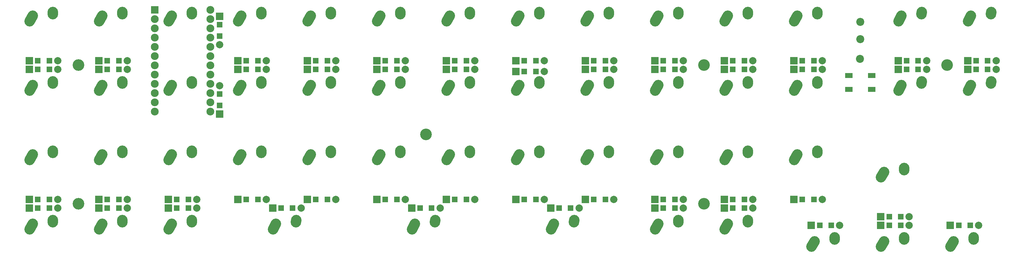
<source format=gbs>
G04 #@! TF.FileFunction,Soldermask,Bot*
%FSLAX46Y46*%
G04 Gerber Fmt 4.6, Leading zero omitted, Abs format (unit mm)*
G04 Created by KiCad (PCBNEW 4.0.7) date 07/12/18 08:23:41*
%MOMM*%
%LPD*%
G01*
G04 APERTURE LIST*
%ADD10C,0.100000*%
%ADD11R,1.600000X1.600000*%
%ADD12R,2.000000X2.000000*%
%ADD13C,2.000000*%
%ADD14C,3.200000*%
%ADD15C,2.900000*%
%ADD16R,2.100000X1.400000*%
%ADD17R,2.152600X2.152600*%
%ADD18C,2.152600*%
%ADD19C,2.200000*%
G04 APERTURE END LIST*
D10*
D11*
X20625000Y-48815600D03*
X17475000Y-48815600D03*
D12*
X15150000Y-48815600D03*
D13*
X22950000Y-48815600D03*
D11*
X20625000Y-51196900D03*
X17475000Y-51196900D03*
D12*
X15150000Y-51196900D03*
D13*
X22950000Y-51196900D03*
D11*
X20625000Y-86915600D03*
X17475000Y-86915600D03*
D12*
X15150000Y-86915600D03*
D13*
X22950000Y-86915600D03*
D11*
X20625000Y-89296900D03*
X17475000Y-89296900D03*
D12*
X15150000Y-89296900D03*
D13*
X22950000Y-89296900D03*
D11*
X39675000Y-48815600D03*
X36525000Y-48815600D03*
D12*
X34200000Y-48815600D03*
D13*
X42000000Y-48815600D03*
D11*
X39675000Y-51196900D03*
X36525000Y-51196900D03*
D12*
X34200000Y-51196900D03*
D13*
X42000000Y-51196900D03*
D11*
X39675000Y-86915600D03*
X36525000Y-86915600D03*
D12*
X34200000Y-86915600D03*
D13*
X42000000Y-86915600D03*
D11*
X39675000Y-89296900D03*
X36525000Y-89296900D03*
D12*
X34200000Y-89296900D03*
D13*
X42000000Y-89296900D03*
D11*
X67270300Y-42056200D03*
X67270300Y-38906200D03*
D12*
X67270300Y-36581200D03*
D13*
X67270300Y-44381200D03*
D11*
X67270300Y-57956200D03*
X67270300Y-61106200D03*
D12*
X67270300Y-63431200D03*
D13*
X67270300Y-55631200D03*
D11*
X58725000Y-86915600D03*
X55575000Y-86915600D03*
D12*
X53250000Y-86915600D03*
D13*
X61050000Y-86915600D03*
D11*
X58725000Y-89296900D03*
X55575000Y-89296900D03*
D12*
X53250000Y-89296900D03*
D13*
X61050000Y-89296900D03*
D11*
X77775000Y-48815600D03*
X74625000Y-48815600D03*
D12*
X72300000Y-48815600D03*
D13*
X80100000Y-48815600D03*
D11*
X77775000Y-51196900D03*
X74625000Y-51196900D03*
D12*
X72300000Y-51196900D03*
D13*
X80100000Y-51196900D03*
D11*
X77775000Y-86915600D03*
X74625000Y-86915600D03*
D12*
X72300000Y-86915600D03*
D13*
X80100000Y-86915600D03*
D11*
X87300000Y-89296900D03*
X84150000Y-89296900D03*
D12*
X81825000Y-89296900D03*
D13*
X89625000Y-89296900D03*
D11*
X96825000Y-48815600D03*
X93675000Y-48815600D03*
D12*
X91350000Y-48815600D03*
D13*
X99150000Y-48815600D03*
D11*
X96825000Y-51196900D03*
X93675000Y-51196900D03*
D12*
X91350000Y-51196900D03*
D13*
X99150000Y-51196900D03*
D11*
X96825000Y-86915600D03*
X93675000Y-86915600D03*
D12*
X91350000Y-86915600D03*
D13*
X99150000Y-86915600D03*
D11*
X115875000Y-48815600D03*
X112725000Y-48815600D03*
D12*
X110400000Y-48815600D03*
D13*
X118200000Y-48815600D03*
D11*
X115875000Y-51196900D03*
X112725000Y-51196900D03*
D12*
X110400000Y-51196900D03*
D13*
X118200000Y-51196900D03*
D11*
X115875000Y-86915600D03*
X112725000Y-86915600D03*
D12*
X110400000Y-86915600D03*
D13*
X118200000Y-86915600D03*
D11*
X125400000Y-89296900D03*
X122250000Y-89296900D03*
D12*
X119925000Y-89296900D03*
D13*
X127725000Y-89296900D03*
D11*
X134925000Y-48815600D03*
X131775000Y-48815600D03*
D12*
X129450000Y-48815600D03*
D13*
X137250000Y-48815600D03*
D11*
X134925000Y-51196900D03*
X131775000Y-51196900D03*
D12*
X129450000Y-51196900D03*
D13*
X137250000Y-51196900D03*
D11*
X134925000Y-86915600D03*
X131775000Y-86915600D03*
D12*
X129450000Y-86915600D03*
D13*
X137250000Y-86915600D03*
D11*
X153975000Y-48815600D03*
X150825000Y-48815600D03*
D12*
X148500000Y-48815600D03*
D13*
X156300000Y-48815600D03*
D11*
X153975000Y-51792200D03*
X150825000Y-51792200D03*
D12*
X148500000Y-51792200D03*
D13*
X156300000Y-51792200D03*
D11*
X153975000Y-86915600D03*
X150825000Y-86915600D03*
D12*
X148500000Y-86915600D03*
D13*
X156300000Y-86915600D03*
D11*
X163500000Y-89296900D03*
X160350000Y-89296900D03*
D12*
X158025000Y-89296900D03*
D13*
X165825000Y-89296900D03*
D11*
X173025000Y-48815600D03*
X169875000Y-48815600D03*
D12*
X167550000Y-48815600D03*
D13*
X175350000Y-48815600D03*
D11*
X173025000Y-51196900D03*
X169875000Y-51196900D03*
D12*
X167550000Y-51196900D03*
D13*
X175350000Y-51196900D03*
D11*
X173025000Y-86915600D03*
X169875000Y-86915600D03*
D12*
X167550000Y-86915600D03*
D13*
X175350000Y-86915600D03*
D11*
X192075000Y-48815600D03*
X188925000Y-48815600D03*
D12*
X186600000Y-48815600D03*
D13*
X194400000Y-48815600D03*
D11*
X192075000Y-51196900D03*
X188925000Y-51196900D03*
D12*
X186600000Y-51196900D03*
D13*
X194400000Y-51196900D03*
D11*
X192075000Y-86915600D03*
X188925000Y-86915600D03*
D12*
X186600000Y-86915600D03*
D13*
X194400000Y-86915600D03*
D11*
X192075000Y-89296900D03*
X188925000Y-89296900D03*
D12*
X186600000Y-89296900D03*
D13*
X194400000Y-89296900D03*
D11*
X211125000Y-48815600D03*
X207975000Y-48815600D03*
D12*
X205650000Y-48815600D03*
D13*
X213450000Y-48815600D03*
D11*
X211125000Y-51196900D03*
X207975000Y-51196900D03*
D12*
X205650000Y-51196900D03*
D13*
X213450000Y-51196900D03*
D11*
X211125000Y-86915600D03*
X207975000Y-86915600D03*
D12*
X205650000Y-86915600D03*
D13*
X213450000Y-86915600D03*
D11*
X211125000Y-89296900D03*
X207975000Y-89296900D03*
D12*
X205650000Y-89296900D03*
D13*
X213450000Y-89296900D03*
D11*
X230175000Y-48815600D03*
X227025000Y-48815600D03*
D12*
X224700000Y-48815600D03*
D13*
X232500000Y-48815600D03*
D11*
X230175000Y-51196900D03*
X227025000Y-51196900D03*
D12*
X224700000Y-51196900D03*
D13*
X232500000Y-51196900D03*
D11*
X230175000Y-86915600D03*
X227025000Y-86915600D03*
D12*
X224700000Y-86915600D03*
D13*
X232500000Y-86915600D03*
D11*
X234937000Y-94059400D03*
X231787000Y-94059400D03*
D12*
X229462000Y-94059400D03*
D13*
X237262000Y-94059400D03*
D11*
X258750000Y-48815600D03*
X255600000Y-48815600D03*
D12*
X253275000Y-48815600D03*
D13*
X261075000Y-48815600D03*
D11*
X258750000Y-51196900D03*
X255600000Y-51196900D03*
D12*
X253275000Y-51196900D03*
D13*
X261075000Y-51196900D03*
D11*
X253987000Y-91678100D03*
X250837000Y-91678100D03*
D12*
X248512000Y-91678100D03*
D13*
X256312000Y-91678100D03*
D11*
X253987000Y-94059400D03*
X250837000Y-94059400D03*
D12*
X248512000Y-94059400D03*
D13*
X256312000Y-94059400D03*
D11*
X277800000Y-48815600D03*
X274650000Y-48815600D03*
D12*
X272325000Y-48815600D03*
D13*
X280125000Y-48815600D03*
D11*
X277800000Y-51196900D03*
X274650000Y-51196900D03*
D12*
X272325000Y-51196900D03*
D13*
X280125000Y-51196900D03*
D11*
X273037000Y-94059400D03*
X269887000Y-94059400D03*
D12*
X267562000Y-94059400D03*
D13*
X275362000Y-94059400D03*
D14*
X28575000Y-50006200D03*
X266700000Y-50006200D03*
X200025000Y-88106200D03*
X28575000Y-88106200D03*
D15*
X225600453Y-55531246D02*
X224789547Y-56991154D01*
X231139724Y-54451872D02*
X231100276Y-55030528D01*
X206550453Y-74581246D02*
X205739547Y-76041154D01*
X212089724Y-73501872D02*
X212050276Y-74080528D01*
X206550453Y-55531246D02*
X205739547Y-56991154D01*
X212089724Y-54451872D02*
X212050276Y-55030528D01*
X168450453Y-74581246D02*
X167639547Y-76041154D01*
X173989724Y-73501872D02*
X173950276Y-74080528D01*
X187500453Y-74581246D02*
X186689547Y-76041154D01*
X193039724Y-73501872D02*
X193000276Y-74080528D01*
X35100453Y-55531246D02*
X34289547Y-56991154D01*
X40639724Y-54451872D02*
X40600276Y-55030528D01*
X111300453Y-74581246D02*
X110489547Y-76041154D01*
X116839724Y-73501872D02*
X116800276Y-74080528D01*
X225600453Y-36481246D02*
X224789547Y-37941154D01*
X231139724Y-35401872D02*
X231100276Y-35980528D01*
X254175453Y-55531246D02*
X253364547Y-56991154D01*
X259714724Y-54451872D02*
X259675276Y-55030528D01*
X273225453Y-55531246D02*
X272414547Y-56991154D01*
X278764724Y-54451872D02*
X278725276Y-55030528D01*
X73200453Y-74581246D02*
X72389547Y-76041154D01*
X78739724Y-73501872D02*
X78700276Y-74080528D01*
X16050453Y-93631246D02*
X15239547Y-95091154D01*
X21589724Y-92551872D02*
X21550276Y-93130528D01*
X73200453Y-55531246D02*
X72389547Y-56991154D01*
X78739724Y-54451872D02*
X78700276Y-55030528D01*
X249412453Y-98394046D02*
X248601547Y-99853954D01*
X254951724Y-97314672D02*
X254912276Y-97893328D01*
X73200453Y-36481246D02*
X72389547Y-37941154D01*
X78739724Y-35401872D02*
X78700276Y-35980528D01*
X16050453Y-55531246D02*
X15239547Y-56991154D01*
X21589724Y-54451872D02*
X21550276Y-55030528D01*
X92250453Y-55531246D02*
X91439547Y-56991154D01*
X97789724Y-54451872D02*
X97750276Y-55030528D01*
X206550453Y-93631246D02*
X205739547Y-95091154D01*
X212089724Y-92551872D02*
X212050276Y-93130528D01*
X111300453Y-55531246D02*
X110489547Y-56991154D01*
X116839724Y-54451872D02*
X116800276Y-55030528D01*
X130350453Y-55531246D02*
X129539547Y-56991154D01*
X135889724Y-54451872D02*
X135850276Y-55030528D01*
X168450453Y-36481246D02*
X167639547Y-37941154D01*
X173989724Y-35401872D02*
X173950276Y-35980528D01*
X149400453Y-55531246D02*
X148589547Y-56991154D01*
X154939724Y-54451872D02*
X154900276Y-55030528D01*
X168450453Y-55531246D02*
X167639547Y-56991154D01*
X173989724Y-54451872D02*
X173950276Y-55030528D01*
X187500453Y-55531246D02*
X186689547Y-56991154D01*
X193039724Y-54451872D02*
X193000276Y-55030528D01*
X54150453Y-93631246D02*
X53339547Y-95091154D01*
X59689724Y-92551872D02*
X59650276Y-93130528D01*
X230362453Y-98394046D02*
X229551547Y-99853954D01*
X235901724Y-97314672D02*
X235862276Y-97893328D01*
X16050453Y-74581246D02*
X15239547Y-76041154D01*
X21589724Y-73501872D02*
X21550276Y-74080528D01*
X149400453Y-74581246D02*
X148589547Y-76041154D01*
X154939724Y-73501872D02*
X154900276Y-74080528D01*
X130350453Y-74581246D02*
X129539547Y-76041154D01*
X135889724Y-73501872D02*
X135850276Y-74080528D01*
X187500453Y-36481246D02*
X186689547Y-37941154D01*
X193039724Y-35401872D02*
X193000276Y-35980528D01*
X206550453Y-36481246D02*
X205739547Y-37941154D01*
X212089724Y-35401872D02*
X212050276Y-35980528D01*
X35100453Y-36481246D02*
X34289547Y-37941154D01*
X40639724Y-35401872D02*
X40600276Y-35980528D01*
X92250453Y-36481246D02*
X91439547Y-37941154D01*
X97789724Y-35401872D02*
X97750276Y-35980528D01*
X187500453Y-93631246D02*
X186689547Y-95091154D01*
X193039724Y-92551872D02*
X193000276Y-93130528D01*
X268462453Y-98394046D02*
X267651547Y-99853954D01*
X274001724Y-97314672D02*
X273962276Y-97893328D01*
X225600453Y-74581246D02*
X224789547Y-76041154D01*
X231139724Y-73501872D02*
X231100276Y-74080528D01*
X54150453Y-55531246D02*
X53339547Y-56991154D01*
X59689724Y-54451872D02*
X59650276Y-55030528D01*
X111300453Y-36481246D02*
X110489547Y-37941154D01*
X116839724Y-35401872D02*
X116800276Y-35980528D01*
X16050453Y-36481246D02*
X15239547Y-37941154D01*
X21589724Y-35401872D02*
X21550276Y-35980528D01*
X254175453Y-36481246D02*
X253364547Y-37941154D01*
X259714724Y-35401872D02*
X259675276Y-35980528D01*
X273225453Y-36481246D02*
X272414547Y-37941154D01*
X278764724Y-35401872D02*
X278725276Y-35980528D01*
X149400453Y-36481246D02*
X148589547Y-37941154D01*
X154939724Y-35401872D02*
X154900276Y-35980528D01*
X249412453Y-79343846D02*
X248601547Y-80803754D01*
X254951724Y-78264472D02*
X254912276Y-78843128D01*
X92250453Y-74581246D02*
X91439547Y-76041154D01*
X97789724Y-73501872D02*
X97750276Y-74080528D01*
X54150453Y-36481246D02*
X53339547Y-37941154D01*
X59689724Y-35401872D02*
X59650276Y-35980528D01*
X35100453Y-93631246D02*
X34289547Y-95091154D01*
X40639724Y-92551872D02*
X40600276Y-93130528D01*
X54150453Y-74581246D02*
X53339547Y-76041154D01*
X59689724Y-73501872D02*
X59650276Y-74080528D01*
X130350453Y-36481246D02*
X129539547Y-37941154D01*
X135889724Y-35401872D02*
X135850276Y-35980528D01*
X35100453Y-74581246D02*
X34289547Y-76041154D01*
X40639724Y-73501872D02*
X40600276Y-74080528D01*
D16*
X239738000Y-56668800D03*
X246038000Y-56668800D03*
X239738000Y-52868800D03*
X246038000Y-52868800D03*
D17*
X49530000Y-34845600D03*
D18*
X49530000Y-37385600D03*
X49530000Y-39925600D03*
X49530000Y-42465600D03*
X49530000Y-45005600D03*
X49530000Y-47545600D03*
X49530000Y-50085600D03*
X49530000Y-52625600D03*
X49530000Y-55165600D03*
X49530000Y-57705600D03*
X49530000Y-60245600D03*
X49530000Y-62785600D03*
X64770000Y-62785600D03*
X64770000Y-60245600D03*
X64770000Y-57705600D03*
X64770000Y-55165600D03*
X64770000Y-52625600D03*
X64770000Y-50085600D03*
X64770000Y-47545600D03*
X64770000Y-45005600D03*
X64770000Y-42465600D03*
X64770000Y-39925600D03*
X64770000Y-37385600D03*
X64770000Y-34845600D03*
D19*
X242888000Y-38100000D03*
X242888000Y-42862500D03*
X242824000Y-48260000D03*
D14*
X123825000Y-69056200D03*
X200025000Y-50006200D03*
D15*
X82725453Y-93631246D02*
X81914547Y-95091154D01*
X88264724Y-92551872D02*
X88225276Y-93130528D01*
X120825453Y-93631246D02*
X120014547Y-95091154D01*
X126364724Y-92551872D02*
X126325276Y-93130528D01*
X158925453Y-93631246D02*
X158114547Y-95091154D01*
X164464724Y-92551872D02*
X164425276Y-93130528D01*
M02*

</source>
